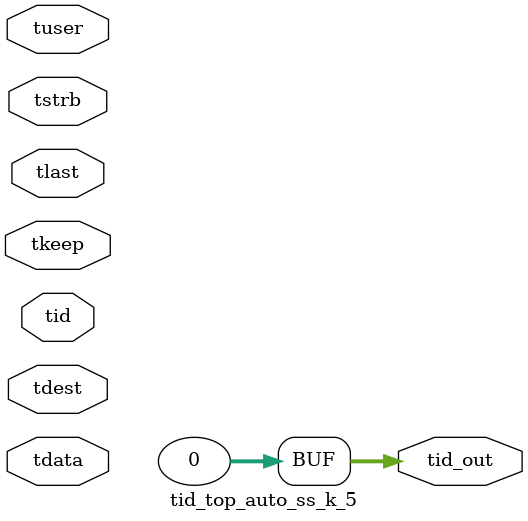
<source format=v>


`timescale 1ps/1ps

module tid_top_auto_ss_k_5 #
(
parameter C_S_AXIS_TID_WIDTH   = 1,
parameter C_S_AXIS_TUSER_WIDTH = 0,
parameter C_S_AXIS_TDATA_WIDTH = 0,
parameter C_S_AXIS_TDEST_WIDTH = 0,
parameter C_M_AXIS_TID_WIDTH   = 32
)
(
input  [(C_S_AXIS_TID_WIDTH   == 0 ? 1 : C_S_AXIS_TID_WIDTH)-1:0       ] tid,
input  [(C_S_AXIS_TDATA_WIDTH == 0 ? 1 : C_S_AXIS_TDATA_WIDTH)-1:0     ] tdata,
input  [(C_S_AXIS_TUSER_WIDTH == 0 ? 1 : C_S_AXIS_TUSER_WIDTH)-1:0     ] tuser,
input  [(C_S_AXIS_TDEST_WIDTH == 0 ? 1 : C_S_AXIS_TDEST_WIDTH)-1:0     ] tdest,
input  [(C_S_AXIS_TDATA_WIDTH/8)-1:0 ] tkeep,
input  [(C_S_AXIS_TDATA_WIDTH/8)-1:0 ] tstrb,
input                                                                    tlast,
output [(C_M_AXIS_TID_WIDTH   == 0 ? 1 : C_M_AXIS_TID_WIDTH)-1:0       ] tid_out
);

assign tid_out = {1'b0};

endmodule


</source>
